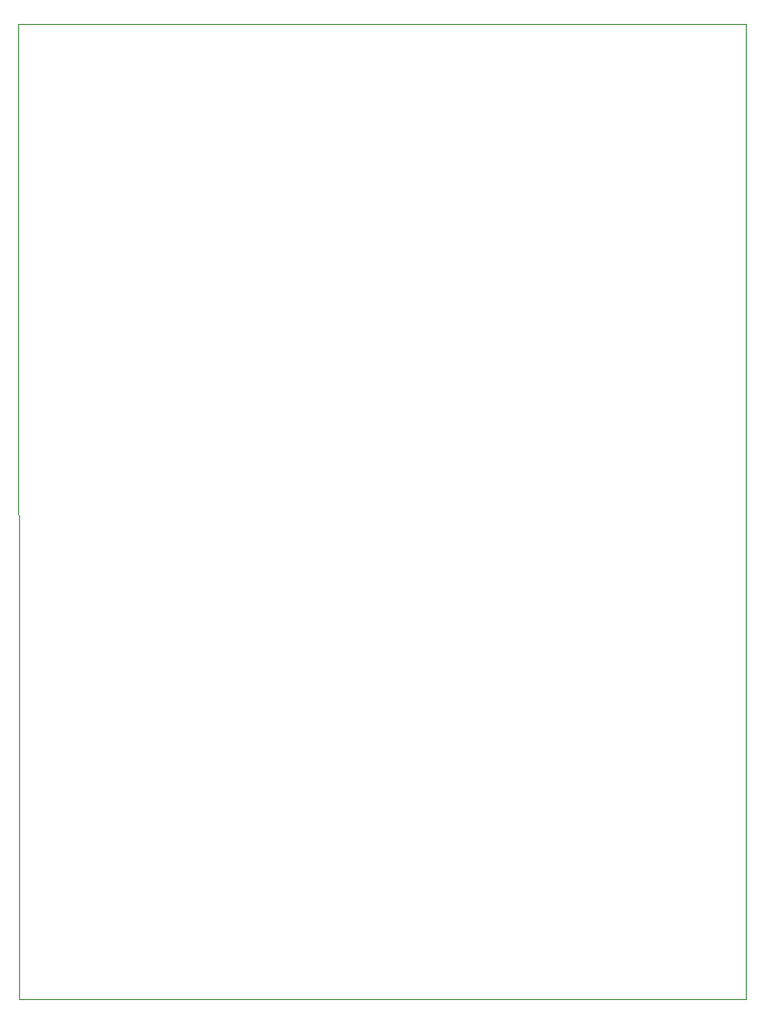
<source format=gm1>
G04 #@! TF.GenerationSoftware,KiCad,Pcbnew,8.0.5*
G04 #@! TF.CreationDate,2024-10-29T22:07:05+01:00*
G04 #@! TF.ProjectId,pwm_i2c,70776d5f-6932-4632-9e6b-696361645f70,rev?*
G04 #@! TF.SameCoordinates,Original*
G04 #@! TF.FileFunction,Profile,NP*
%FSLAX46Y46*%
G04 Gerber Fmt 4.6, Leading zero omitted, Abs format (unit mm)*
G04 Created by KiCad (PCBNEW 8.0.5) date 2024-10-29 22:07:05*
%MOMM*%
%LPD*%
G01*
G04 APERTURE LIST*
G04 #@! TA.AperFunction,Profile*
%ADD10C,0.038100*%
G04 #@! TD*
G04 APERTURE END LIST*
D10*
X51200000Y-109400000D02*
X51100000Y-23200000D01*
X115400000Y-23200000D02*
X115400000Y-109400000D01*
X115400000Y-109400000D02*
X51200000Y-109400000D01*
X51100000Y-23200000D02*
X115400000Y-23200000D01*
M02*

</source>
